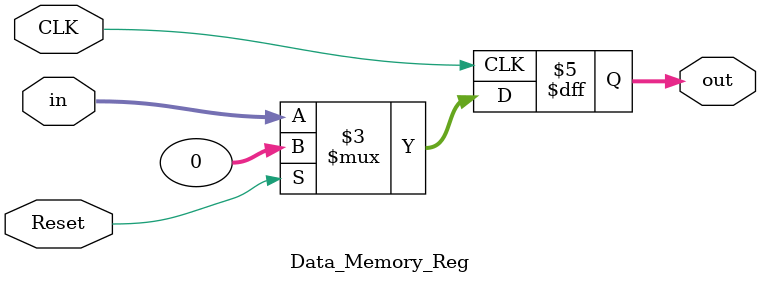
<source format=v>
`timescale 1ns / 1ps


module Data_Memory_Reg(CLK,Reset,out,in);

input CLK,Reset;
input [31:0] in;

output reg [31:0] out;

always @ (posedge CLK)
begin
    if(Reset)
       out <= 0;
    else
        out <= in;
end
endmodule

</source>
